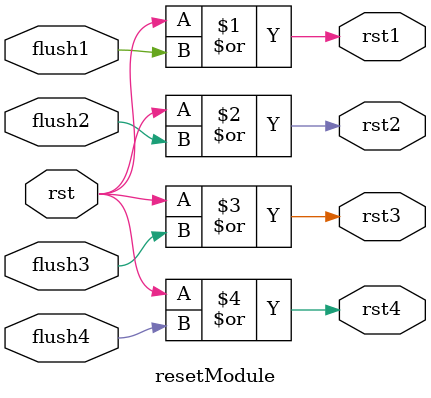
<source format=sv>
module resetModule(input rst,flush1,flush2,flush3,flush4,output rst1,rst2,rst3,rst4);

	assign rst1=rst | flush1;
	assign rst2=rst | flush2;
	assign rst3=rst | flush3;
	assign rst4=rst | flush4;

endmodule 
</source>
